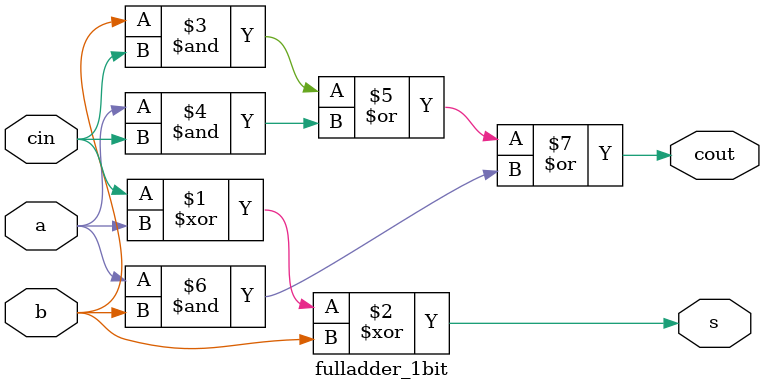
<source format=sv>
module fulladder_1bit(a, b, cin, s, cout);
  //a and b are the bits to add
  //cin is carry in
  input wire a, b, cin;
  
  //s is the sum of a and b. cout is any carry out bit
  //wires since just using assign here
  output wire s, cout;

  //logic for sum and carry
  assign s = cin ^ a ^ b;
  assign cout = (b & cin) | (a & cin) | (a & b); 
  
endmodule

</source>
